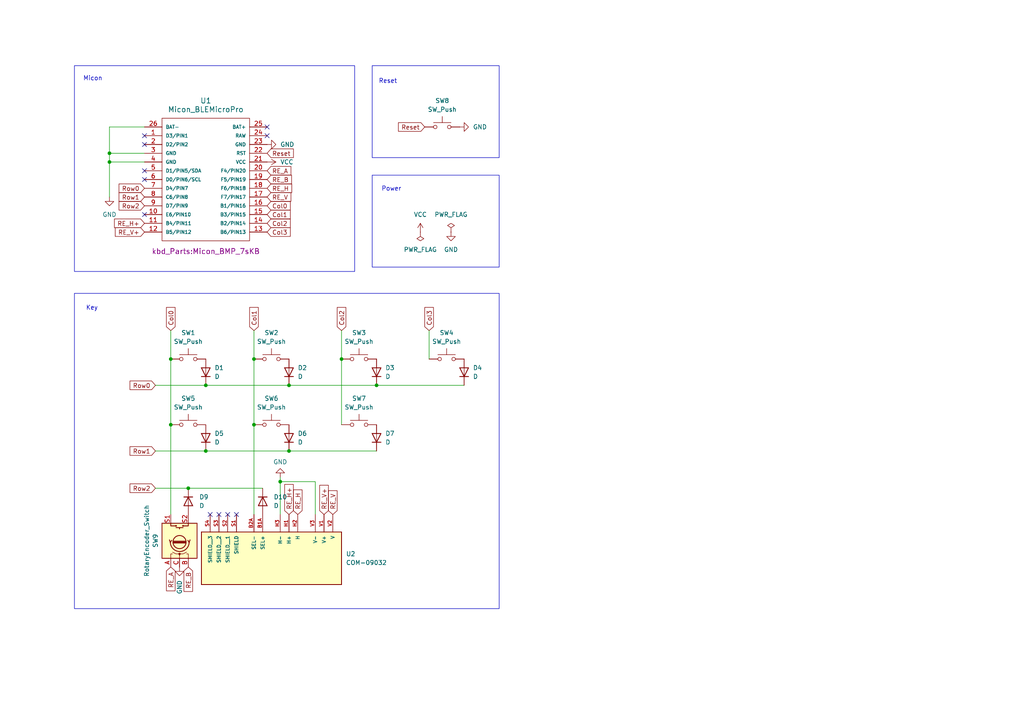
<source format=kicad_sch>
(kicad_sch (version 20231120) (generator "eeschema") (generator_version "8.0")
  (paper "A4")
  (lib_symbols
    (symbol "COM-09032:COM-09032" (pin_names (offset 1.016))
      (property "Reference" "U" (at -7.62 16.002 0))
      (property "Value" "COM-09032" (at -7.62 -27.94 0))
      (symbol "COM-09032_0_0"
        (rectangle (start -7.62 -25.4) (end 7.62 15.24) (stroke (width 0.254)) (fill (type background)))
        (pin passive line (at -12.7 -7.62 0) (length 5.08) (name "SEL+") (number "B1A"))
        (pin passive line (at -12.7 -10.16 0) (length 5.08) (name "SEL-") (number "B2A"))
        (pin passive line (at -12.7 0 0) (length 5.08) (name "H+") (number "H1"))
        (pin passive line (at -12.7 2.54 0) (length 5.08) (name "H") (number "H2"))
        (pin passive line (at -12.7 -2.54 0) (length 5.08) (name "H-") (number "H3"))
        (pin passive line (at -12.7 -15.24 0) (length 5.08) (name "SHIELD") (number "S1"))
        (pin passive line (at -12.7 -17.78 0) (length 5.08) (name "SHIELD__1") (number "S2"))
        (pin passive line (at -12.7 -20.32 0) (length 5.08) (name "SHIELD__2") (number "S3"))
        (pin passive line (at -12.7 -22.86 0) (length 5.08) (name "SHIELD__3") (number "S4"))
        (pin passive line (at -12.7 10.16 0) (length 5.08) (name "V+") (number "V1"))
        (pin passive line (at -12.7 12.7 0) (length 5.08) (name "V") (number "V2"))
        (pin passive line (at -12.7 7.62 0) (length 5.08) (name "V-") (number "V3"))
      )
    )
    (symbol "Device:D" (pin_numbers hide) (pin_names (offset 1.016) hide)
      (property "Reference" "D" (at 0 2.54 0))
      (property "Value" "D" (at 0 -2.54 0))
      (symbol "D_0_1"
        (polyline (pts (xy -1.27 1.27) (xy -1.27 -1.27)) (stroke (width 0.254)))
        (polyline (pts (xy 1.27 0) (xy -1.27 0)))
        (polyline (pts (xy 1.27 1.27) (xy 1.27 -1.27) (xy -1.27 0) (xy 1.27 1.27)) (stroke (width 0.254)))
      )
      (symbol "D_1_1"
        (pin passive line (at -3.81 0 0) (length 2.54) (name "K") (number "1"))
        (pin passive line (at 3.81 0 180) (length 2.54) (name "A") (number "2"))
      )
    )
    (symbol "Device:RotaryEncoder_Switch" (pin_names (offset 0.254) hide)
      (property "Reference" "SW" (at 0 6.604 0))
      (property "Value" "RotaryEncoder_Switch" (at 0 -6.604 0))
      (symbol "RotaryEncoder_Switch_0_1"
        (rectangle (start -5.08 5.08) (end 5.08 -5.08) (stroke (width 0.254)) (fill (type background)))
        (circle (center -3.81 0) (radius 0.254) (fill (type outline)))
        (circle (center -0.381 0) (radius 1.905) (stroke (width 0.254)))
        (arc (start -0.381 2.667) (mid -3.0988 -0.0635) (end -0.381 -2.794) (stroke (width 0.254)))
        (polyline (pts (xy -0.635 -1.778) (xy -0.635 1.778)) (stroke (width 0.254)))
        (polyline (pts (xy -0.381 -1.778) (xy -0.381 1.778)) (stroke (width 0.254)))
        (polyline (pts (xy -0.127 1.778) (xy -0.127 -1.778)) (stroke (width 0.254)))
        (polyline (pts (xy 3.81 0) (xy 3.429 0)) (stroke (width 0.254)))
        (polyline (pts (xy 3.81 1.016) (xy 3.81 -1.016)) (stroke (width 0.254)))
        (polyline (pts (xy -5.08 -2.54) (xy -3.81 -2.54) (xy -3.81 -2.032)))
        (polyline (pts (xy -5.08 2.54) (xy -3.81 2.54) (xy -3.81 2.032)))
        (polyline (pts (xy 0.254 -3.048) (xy -0.508 -2.794) (xy 0.127 -2.413)) (stroke (width 0.254)))
        (polyline (pts (xy 0.254 2.921) (xy -0.508 2.667) (xy 0.127 2.286)) (stroke (width 0.254)))
        (polyline (pts (xy 5.08 -2.54) (xy 4.318 -2.54) (xy 4.318 -1.016)) (stroke (width 0.254)))
        (polyline (pts (xy 5.08 2.54) (xy 4.318 2.54) (xy 4.318 1.016)) (stroke (width 0.254)))
        (polyline (pts (xy -5.08 0) (xy -3.81 0) (xy -3.81 -1.016) (xy -3.302 -2.032)))
        (polyline (pts (xy -4.318 0) (xy -3.81 0) (xy -3.81 1.016) (xy -3.302 2.032)))
        (circle (center 4.318 -1.016) (radius 0.127) (stroke (width 0.254)))
        (circle (center 4.318 1.016) (radius 0.127) (stroke (width 0.254)))
      )
      (symbol "RotaryEncoder_Switch_1_1"
        (pin passive line (at -7.62 2.54 0) (length 2.54) (name "A") (number "A"))
        (pin passive line (at -7.62 -2.54 0) (length 2.54) (name "B") (number "B"))
        (pin passive line (at -7.62 0 0) (length 2.54) (name "C") (number "C"))
        (pin passive line (at 7.62 2.54 180) (length 2.54) (name "S1") (number "S1"))
        (pin passive line (at 7.62 -2.54 180) (length 2.54) (name "S2") (number "S2"))
      )
    )
    (symbol "Salicylic_kbd:Micon_BLEMicroPro" (pin_names (offset 1.016))
      (property "Reference" "U" (at 0 26.67 0))
      (property "Value" "Micon_BLEMicroPro" (at 0 -13.97 0))
      (symbol "Micon_BLEMicroPro_0_1"
        (rectangle (start 12.7 24.13) (end -12.7 -11.43))
      )
      (symbol "Micon_BLEMicroPro_1_1"
        (pin bidirectional line (at -17.78 19.05 0) (length 5.08) (name "D3/PIN1") (number "1"))
        (pin bidirectional line (at -17.78 -3.81 0) (length 5.08) (name "E6/PIN10") (number "10"))
        (pin bidirectional line (at -17.78 -6.35 0) (length 5.08) (name "B4/PIN11") (number "11"))
        (pin bidirectional line (at -17.78 -8.89 0) (length 5.08) (name "B5/PIN12") (number "12"))
        (pin bidirectional line (at 17.78 -8.89 180) (length 5.08) (name "B6/PIN13") (number "13"))
        (pin bidirectional line (at 17.78 -6.35 180) (length 5.08) (name "B2/PIN14") (number "14"))
        (pin bidirectional line (at 17.78 -3.81 180) (length 5.08) (name "B3/PIN15") (number "15"))
        (pin bidirectional line (at 17.78 -1.27 180) (length 5.08) (name "B1/PIN16") (number "16"))
        (pin bidirectional line (at 17.78 1.27 180) (length 5.08) (name "F7/PIN17") (number "17"))
        (pin bidirectional line (at 17.78 3.81 180) (length 5.08) (name "F6/PIN18") (number "18"))
        (pin bidirectional line (at 17.78 6.35 180) (length 5.08) (name "F5/PIN19") (number "19"))
        (pin bidirectional line (at -17.78 16.51 0) (length 5.08) (name "D2/PIN2") (number "2"))
        (pin bidirectional line (at 17.78 8.89 180) (length 5.08) (name "F4/PIN20") (number "20"))
        (pin power_in line (at 17.78 11.43 180) (length 5.08) (name "VCC") (number "21"))
        (pin input line (at 17.78 13.97 180) (length 5.08) (name "RST") (number "22"))
        (pin power_in line (at 17.78 16.51 180) (length 5.08) (name "GND") (number "23"))
        (pin power_out line (at 17.78 19.05 180) (length 5.08) (name "RAW") (number "24"))
        (pin input line (at 17.78 21.59 180) (length 5.08) (name "BAT+") (number "25"))
        (pin input line (at -17.78 21.59 0) (length 5.08) (name "BAT-") (number "26"))
        (pin power_in line (at -17.78 13.97 0) (length 5.08) (name "GND") (number "3"))
        (pin power_in line (at -17.78 11.43 0) (length 5.08) (name "GND") (number "4"))
        (pin bidirectional line (at -17.78 8.89 0) (length 5.08) (name "D1/PIN5/SDA") (number "5"))
        (pin bidirectional line (at -17.78 6.35 0) (length 5.08) (name "D0/PIN6/SCL") (number "6"))
        (pin bidirectional line (at -17.78 3.81 0) (length 5.08) (name "D4/PIN7") (number "7"))
        (pin bidirectional line (at -17.78 1.27 0) (length 5.08) (name "C6/PIN8") (number "8"))
        (pin bidirectional line (at -17.78 -1.27 0) (length 5.08) (name "D7/PIN9") (number "9"))
      )
    )
    (symbol "Switch:SW_Push" (pin_numbers hide) (pin_names (offset 1.016) hide)
      (property "Reference" "SW" (at 1.27 2.54 0))
      (property "Value" "SW_Push" (at 0 -1.524 0))
      (symbol "SW_Push_0_1"
        (circle (center -2.032 0) (radius 0.508))
        (polyline (pts (xy 0 1.27) (xy 0 3.048)))
        (polyline (pts (xy 2.54 1.27) (xy -2.54 1.27)))
        (circle (center 2.032 0) (radius 0.508))
        (pin passive line (at -5.08 0 0) (length 2.54) (name "1") (number "1"))
        (pin passive line (at 5.08 0 180) (length 2.54) (name "2") (number "2"))
      )
    )
    (symbol "power:GND" (power) (pin_names (offset 0))
      (property "Value" "GND" (at 0 -3.81 0))
      (symbol "GND_0_1"
        (polyline (pts (xy 0 0) (xy 0 -1.27) (xy 1.27 -1.27) (xy 0 -2.54) (xy -1.27 -1.27) (xy 0 -1.27)))
      )
      (symbol "GND_1_1"
        (pin power_in line (at 0 0 270) (length 0) hide (name "GND") (number "1"))
      )
    )
    (symbol "power:PWR_FLAG" (power) (pin_numbers hide) (pin_names (offset 0) hide)
      (property "Value" "PWR_FLAG" (at 0 3.81 0))
      (symbol "PWR_FLAG_0_0"
        (pin power_out line (at 0 0 90) (length 0) (name "pwr") (number "1"))
      )
      (symbol "PWR_FLAG_0_1"
        (polyline (pts (xy 0 0) (xy 0 1.27) (xy -1.016 1.905) (xy 0 2.54) (xy 1.016 1.905) (xy 0 1.27)))
      )
    )
    (symbol "power:VCC" (power) (pin_names (offset 0))
      (property "Value" "VCC" (at 0 3.81 0))
      (symbol "VCC_0_1"
        (polyline (pts (xy -0.762 1.27) (xy 0 2.54)))
        (polyline (pts (xy 0 0) (xy 0 2.54)))
        (polyline (pts (xy 0 2.54) (xy 0.762 1.27)))
      )
      (symbol "VCC_1_1"
        (pin power_in line (at 0 0 90) (length 0) hide (name "VCC") (number "1"))
      )
    )
  )
  (junction (at 81.28 139.7))
  (junction (at 83.82 111.76))
  (junction (at 59.69 111.76))
  (junction (at 83.82 130.81))
  (junction (at 31.75 46.99))
  (junction (at 59.69 130.81))
  (junction (at 99.06 104.14))
  (junction (at 31.75 44.45))
  (junction (at 54.61 141.605))
  (junction (at 73.66 123.19))
  (junction (at 49.53 123.19))
  (junction (at 73.66 104.14))
  (junction (at 49.53 104.14))
  (junction (at 109.22 111.76))
  (no_connect (at 63.5 149.225))
  (no_connect (at 41.91 62.23))
  (no_connect (at 77.47 36.83))
  (no_connect (at 66.04 149.225))
  (no_connect (at 68.58 149.225))
  (no_connect (at 77.47 39.37))
  (no_connect (at 41.91 49.53))
  (no_connect (at 41.91 52.07))
  (no_connect (at 41.91 39.37))
  (no_connect (at 41.91 41.91))
  (no_connect (at 60.96 149.225))
  (wire (pts (xy 73.66 95.885) (xy 73.66 104.14)))
  (wire (pts (xy 49.53 104.14) (xy 49.53 123.19)))
  (wire (pts (xy 81.28 138.43) (xy 81.28 139.7)))
  (wire (pts (xy 83.82 130.81) (xy 109.22 130.81)))
  (wire (pts (xy 49.53 123.19) (xy 49.53 149.225)))
  (wire (pts (xy 109.22 111.76) (xy 134.62 111.76)))
  (wire (pts (xy 31.75 46.99) (xy 41.91 46.99)))
  (wire (pts (xy 99.06 95.885) (xy 99.06 104.14)))
  (wire (pts (xy 81.28 139.7) (xy 81.28 149.225)))
  (wire (pts (xy 73.66 104.14) (xy 73.66 123.19)))
  (wire (pts (xy 59.69 130.81) (xy 83.82 130.81)))
  (wire (pts (xy 45.085 130.81) (xy 59.69 130.81)))
  (wire (pts (xy 81.28 139.7) (xy 91.44 139.7)))
  (wire (pts (xy 83.82 111.76) (xy 109.22 111.76)))
  (wire (pts (xy 76.2 141.605) (xy 54.61 141.605)))
  (wire (pts (xy 49.53 95.885) (xy 49.53 104.14)))
  (wire (pts (xy 124.46 95.885) (xy 124.46 104.14)))
  (wire (pts (xy 99.06 104.14) (xy 99.06 123.19)))
  (wire (pts (xy 41.91 36.83) (xy 31.75 36.83)))
  (wire (pts (xy 31.75 46.99) (xy 31.75 57.15)))
  (wire (pts (xy 45.085 141.605) (xy 54.61 141.605)))
  (wire (pts (xy 31.75 44.45) (xy 31.75 46.99)))
  (wire (pts (xy 31.75 44.45) (xy 41.91 44.45)))
  (wire (pts (xy 59.69 111.76) (xy 83.82 111.76)))
  (wire (pts (xy 73.66 149.225) (xy 73.66 123.19)))
  (wire (pts (xy 45.085 111.76) (xy 59.69 111.76)))
  (wire (pts (xy 31.75 36.83) (xy 31.75 44.45)))
  (wire (pts (xy 91.44 139.7) (xy 91.44 149.225)))
  (rectangle (start 107.95 19.05) (end 144.78 45.72))
  (rectangle (start 107.95 50.8) (end 144.78 77.47))
  (rectangle (start 21.59 85.09) (end 144.78 176.53))
  (rectangle (start 21.59 19.05) (end 102.87 78.74))
  (text "Reset" (at 112.522 23.622 0) (effects (font (size 1.27 1.27))))
  (text "Power" (at 113.538 54.864 0) (effects (font (size 1.27 1.27))))
  (text "Micon" (at 26.924 22.86 0) (effects (font (size 1.27 1.27))))
  (text "Key" (at 26.67 89.408 0) (effects (font (size 1.27 1.27))))
  (global_label "Col2" (shape input) (at 99.06 95.885 90) (property "Intersheetrefs" "${INTERSHEET_REFS}" (effects (hide yes))))
  (global_label "RE_V+" (shape input) (at 41.91 67.31 180) (property "Intersheetrefs" "${INTERSHEET_REFS}" (effects (hide yes))))
  (global_label "Col3" (shape input) (at 77.47 67.31 0) (property "Intersheetrefs" "${INTERSHEET_REFS}" (effects (hide yes))))
  (global_label "Row1" (shape input) (at 41.91 57.15 180) (property "Intersheetrefs" "${INTERSHEET_REFS}" (effects (hide yes))))
  (global_label "Col3" (shape input) (at 124.46 95.885 90) (property "Intersheetrefs" "${INTERSHEET_REFS}" (effects (hide yes))))
  (global_label "Row1" (shape input) (at 45.085 130.81 180) (property "Intersheetrefs" "${INTERSHEET_REFS}" (effects (hide yes))))
  (global_label "RE_B" (shape input) (at 54.61 164.465 270) (property "Intersheetrefs" "${INTERSHEET_REFS}" (effects (hide yes))))
  (global_label "Row2" (shape input) (at 41.91 59.69 180) (property "Intersheetrefs" "${INTERSHEET_REFS}" (effects (hide yes))))
  (global_label "Reset" (shape input) (at 77.47 44.45 0) (property "Intersheetrefs" "${INTERSHEET_REFS}" (effects (hide yes))))
  (global_label "RE_H" (shape input) (at 86.36 149.225 90) (property "Intersheetrefs" "${INTERSHEET_REFS}" (effects (hide yes))))
  (global_label "RE_V" (shape input) (at 96.52 149.225 90) (property "Intersheetrefs" "${INTERSHEET_REFS}" (effects (hide yes))))
  (global_label "Col1" (shape input) (at 77.47 62.23 0) (property "Intersheetrefs" "${INTERSHEET_REFS}" (effects (hide yes))))
  (global_label "Reset" (shape input) (at 123.19 36.83 180) (property "Intersheetrefs" "${INTERSHEET_REFS}" (effects (hide yes))))
  (global_label "Col2" (shape input) (at 77.47 64.77 0) (property "Intersheetrefs" "${INTERSHEET_REFS}" (effects (hide yes))))
  (global_label "RE_V" (shape input) (at 77.47 57.15 0) (property "Intersheetrefs" "${INTERSHEET_REFS}" (effects (hide yes))))
  (global_label "Row0" (shape input) (at 45.085 111.76 180) (property "Intersheetrefs" "${INTERSHEET_REFS}" (effects (hide yes))))
  (global_label "Col0" (shape input) (at 77.47 59.69 0) (property "Intersheetrefs" "${INTERSHEET_REFS}" (effects (hide yes))))
  (global_label "RE_A" (shape input) (at 49.53 164.465 270) (property "Intersheetrefs" "${INTERSHEET_REFS}" (effects (hide yes))))
  (global_label "Col0" (shape input) (at 49.53 95.885 90) (property "Intersheetrefs" "${INTERSHEET_REFS}" (effects (hide yes))))
  (global_label "Row2" (shape input) (at 45.085 141.605 180) (property "Intersheetrefs" "${INTERSHEET_REFS}" (effects (hide yes))))
  (global_label "RE_H" (shape input) (at 77.47 54.61 0) (property "Intersheetrefs" "${INTERSHEET_REFS}" (effects (hide yes))))
  (global_label "RE_H+" (shape input) (at 83.82 149.225 90) (property "Intersheetrefs" "${INTERSHEET_REFS}" (effects (hide yes))))
  (global_label "RE_V+" (shape input) (at 93.98 149.225 90) (property "Intersheetrefs" "${INTERSHEET_REFS}" (effects (hide yes))))
  (global_label "RE_B" (shape input) (at 77.47 52.07 0) (property "Intersheetrefs" "${INTERSHEET_REFS}" (effects (hide yes))))
  (global_label "Row0" (shape input) (at 41.91 54.61 180) (property "Intersheetrefs" "${INTERSHEET_REFS}" (effects (hide yes))))
  (global_label "RE_A" (shape input) (at 77.47 49.53 0) (property "Intersheetrefs" "${INTERSHEET_REFS}" (effects (hide yes))))
  (global_label "Col1" (shape input) (at 73.66 95.885 90) (property "Intersheetrefs" "${INTERSHEET_REFS}" (effects (hide yes))))
  (global_label "RE_H+" (shape input) (at 41.91 64.77 180) (property "Intersheetrefs" "${INTERSHEET_REFS}" (effects (hide yes))))
  (symbol (lib_id "Switch:SW_Push") (at 78.74 123.19 0) (unit 1)
    (property "Reference" "SW6" (at 78.74 115.57 0))
    (property "Value" "SW_Push" (at 78.74 118.11 0))
    (property "Footprint" "kbd_SW:Choc_v1_v2" (effects (hide yes)))
  )
  (symbol (lib_id "power:GND") (at 81.28 138.43 180) (unit 1)
    (property "Reference" "#PWR07" (effects (hide yes)))
    (property "Value" "GND" (at 81.28 133.985 0))
  )
  (symbol (lib_id "Device:D") (at 109.22 127 90) (unit 1)
    (property "Reference" "D7" (at 111.76 125.73 90) (effects (justify right)))
    (property "Value" "D" (at 111.76 128.27 90) (effects (justify right)))
    (property "Footprint" "kbd_Parts:Diode_TH_SMD" (effects (hide yes)))
    (property "Sim.Device" "D" (effects (hide yes)))
    (property "Sim.Pins" "1=K 2=A" (effects (hide yes)))
  )
  (symbol (lib_id "power:GND") (at 52.07 164.465 0) (unit 1)
    (property "Reference" "#PWR08" (effects (hide yes)))
    (property "Value" "GND" (at 52.07 168.275 90) (effects (justify right)))
  )
  (symbol (lib_id "Device:RotaryEncoder_Switch") (at 52.07 156.845 90) (unit 1)
    (property "Reference" "SW9" (at 45.085 156.845 0))
    (property "Value" "RotaryEncoder_Switch" (at 42.545 156.845 0))
    (property "Footprint" "kbd_kicad_footprints-main:EVQWGD001" (effects (hide yes)))
  )
  (symbol (lib_id "power:PWR_FLAG") (at 121.92 67.31 180) (unit 1)
    (property "Reference" "#FLG01" (effects (hide yes)))
    (property "Value" "PWR_FLAG" (at 121.92 72.39 0))
  )
  (symbol (lib_id "Device:D") (at 59.69 107.95 90) (unit 1)
    (property "Reference" "D1" (at 62.23 106.68 90) (effects (justify right)))
    (property "Value" "D" (at 62.23 109.22 90) (effects (justify right)))
    (property "Footprint" "kbd_Parts:Diode_TH_SMD" (effects (hide yes)))
    (property "Sim.Device" "D" (effects (hide yes)))
    (property "Sim.Pins" "1=K 2=A" (effects (hide yes)))
  )
  (symbol (lib_id "Device:D") (at 134.62 107.95 90) (unit 1)
    (property "Reference" "D4" (at 137.16 106.68 90) (effects (justify right)))
    (property "Value" "D" (at 137.16 109.22 90) (effects (justify right)))
    (property "Footprint" "kbd_Parts:Diode_TH_SMD" (effects (hide yes)))
    (property "Sim.Device" "D" (effects (hide yes)))
    (property "Sim.Pins" "1=K 2=A" (effects (hide yes)))
  )
  (symbol (lib_id "power:GND") (at 133.35 36.83 90) (unit 1)
    (property "Reference" "#PWR02" (effects (hide yes)))
    (property "Value" "GND" (at 137.16 36.83 90) (effects (justify right)))
  )
  (symbol (lib_id "power:PWR_FLAG") (at 130.81 67.31 0) (unit 1)
    (property "Reference" "#FLG02" (effects (hide yes)))
    (property "Value" "PWR_FLAG" (at 130.81 62.23 0))
  )
  (symbol (lib_id "Switch:SW_Push") (at 129.54 104.14 0) (unit 1)
    (property "Reference" "SW4" (at 129.54 96.52 0))
    (property "Value" "SW_Push" (at 129.54 99.06 0))
    (property "Footprint" "kbd_SW:Choc_v1_v2" (effects (hide yes)))
  )
  (symbol (lib_id "COM-09032:COM-09032") (at 83.82 161.925 270) (unit 1)
    (property "Reference" "U2" (at 100.33 160.6549 90) (effects (justify left)))
    (property "Value" "COM-09032" (at 100.33 163.1949 90) (effects (justify left)))
    (property "Footprint" "COM-09032 CAD 3D Model:XDCR_COM-09032" (effects (hide yes)))
    (property "PARTREV" "N/A" (effects (hide yes)))
    (property "STANDARD" "Manufacturer Recommendations" (effects (hide yes)))
    (property "MAXIMUM_PACKAGE_HEIGHT" "30.1mm" (effects (hide yes)))
    (property "MANUFACTURER" "SparkFun Electronics" (effects (hide yes)))
  )
  (symbol (lib_id "Device:D") (at 54.61 145.415 270) (unit 1)
    (property "Reference" "D9" (at 57.785 144.145 90) (effects (justify left)))
    (property "Value" "D" (at 57.785 146.685 90) (effects (justify left)))
    (property "Footprint" "kbd_Parts:Diode_TH_SMD" (effects (hide yes)))
    (property "Sim.Device" "D" (effects (hide yes)))
    (property "Sim.Pins" "1=K 2=A" (effects (hide yes)))
  )
  (symbol (lib_id "power:GND") (at 130.81 67.31 0) (unit 1)
    (property "Reference" "#PWR06" (effects (hide yes)))
    (property "Value" "GND" (at 130.81 72.39 0))
  )
  (symbol (lib_id "Salicylic_kbd:Micon_BLEMicroPro") (at 59.69 58.42 0) (unit 1)
    (property "Reference" "U1" (at 59.69 29.21 0) (effects (font (size 1.524 1.524))))
    (property "Value" "Micon_BLEMicroPro" (at 59.69 31.75 0) (effects (font (size 1.524 1.524))))
    (property "Footprint" "kbd_Parts:Micon_BMP_7sKB" (at 59.69 72.898 0) (effects (font (size 1.524 1.524))))
  )
  (symbol (lib_id "Switch:SW_Push") (at 54.61 104.14 0) (unit 1)
    (property "Reference" "SW1" (at 54.61 96.52 0))
    (property "Value" "SW_Push" (at 54.61 99.06 0))
    (property "Footprint" "kbd_SW:Choc_v1_v2" (effects (hide yes)))
  )
  (symbol (lib_id "Switch:SW_Push") (at 104.14 104.14 0) (unit 1)
    (property "Reference" "SW3" (at 104.14 96.52 0))
    (property "Value" "SW_Push" (at 104.14 99.06 0))
    (property "Footprint" "kbd_SW:Choc_v1_v2" (effects (hide yes)))
  )
  (symbol (lib_id "Switch:SW_Push") (at 128.27 36.83 0) (unit 1)
    (property "Reference" "SW8" (at 128.27 29.21 0))
    (property "Value" "SW_Push" (at 128.27 31.75 0))
    (property "Footprint" "kbd_Parts:ResetSW" (effects (hide yes)))
  )
  (symbol (lib_id "Device:D") (at 109.22 107.95 90) (unit 1)
    (property "Reference" "D3" (at 111.76 106.68 90) (effects (justify right)))
    (property "Value" "D" (at 111.76 109.22 90) (effects (justify right)))
    (property "Footprint" "kbd_Parts:Diode_TH_SMD" (effects (hide yes)))
    (property "Sim.Device" "D" (effects (hide yes)))
    (property "Sim.Pins" "1=K 2=A" (effects (hide yes)))
  )
  (symbol (lib_id "power:GND") (at 31.75 57.15 0) (unit 1)
    (property "Reference" "#PWR04" (effects (hide yes)))
    (property "Value" "GND" (at 31.75 62.23 0))
  )
  (symbol (lib_id "power:VCC") (at 121.92 67.31 0) (unit 1)
    (property "Reference" "#PWR05" (effects (hide yes)))
    (property "Value" "VCC" (at 121.92 62.23 0))
  )
  (symbol (lib_id "power:GND") (at 77.47 41.91 90) (unit 1)
    (property "Reference" "#PWR03" (effects (hide yes)))
    (property "Value" "GND" (at 81.28 41.91 90) (effects (justify right)))
  )
  (symbol (lib_id "Device:D") (at 83.82 107.95 90) (unit 1)
    (property "Reference" "D2" (at 86.36 106.68 90) (effects (justify right)))
    (property "Value" "D" (at 86.36 109.22 90) (effects (justify right)))
    (property "Footprint" "kbd_Parts:Diode_TH_SMD" (effects (hide yes)))
    (property "Sim.Device" "D" (effects (hide yes)))
    (property "Sim.Pins" "1=K 2=A" (effects (hide yes)))
  )
  (symbol (lib_id "Switch:SW_Push") (at 54.61 123.19 0) (unit 1)
    (property "Reference" "SW5" (at 54.61 115.57 0))
    (property "Value" "SW_Push" (at 54.61 118.11 0))
    (property "Footprint" "kbd_SW:Choc_v1_v2" (effects (hide yes)))
  )
  (symbol (lib_id "Device:D") (at 76.2 145.415 270) (unit 1)
    (property "Reference" "D10" (at 79.375 144.145 90) (effects (justify left)))
    (property "Value" "D" (at 79.375 146.685 90) (effects (justify left)))
    (property "Footprint" "kbd_Parts:Diode_TH_SMD" (effects (hide yes)))
    (property "Sim.Device" "D" (effects (hide yes)))
    (property "Sim.Pins" "1=K 2=A" (effects (hide yes)))
  )
  (symbol (lib_id "Switch:SW_Push") (at 78.74 104.14 0) (unit 1)
    (property "Reference" "SW2" (at 78.74 96.52 0))
    (property "Value" "SW_Push" (at 78.74 99.06 0))
    (property "Footprint" "kbd_SW:Choc_v1_v2" (effects (hide yes)))
  )
  (symbol (lib_id "Device:D") (at 59.69 127 90) (unit 1)
    (property "Reference" "D5" (at 62.23 125.73 90) (effects (justify right)))
    (property "Value" "D" (at 62.23 128.27 90) (effects (justify right)))
    (property "Footprint" "kbd_Parts:Diode_TH_SMD" (effects (hide yes)))
    (property "Sim.Device" "D" (effects (hide yes)))
    (property "Sim.Pins" "1=K 2=A" (effects (hide yes)))
  )
  (symbol (lib_id "Switch:SW_Push") (at 104.14 123.19 0) (unit 1)
    (property "Reference" "SW7" (at 104.14 115.57 0))
    (property "Value" "SW_Push" (at 104.14 118.11 0))
    (property "Footprint" "kbd_SW:Choc_v1_v2" (effects (hide yes)))
  )
  (symbol (lib_id "power:VCC") (at 77.47 46.99 270) (unit 1)
    (property "Reference" "#PWR01" (effects (hide yes)))
    (property "Value" "VCC" (at 81.28 46.9899 90) (effects (justify left)))
  )
  (symbol (lib_id "Device:D") (at 83.82 127 90) (unit 1)
    (property "Reference" "D6" (at 86.36 125.73 90) (effects (justify right)))
    (property "Value" "D" (at 86.36 128.27 90) (effects (justify right)))
    (property "Footprint" "kbd_Parts:Diode_TH_SMD" (effects (hide yes)))
    (property "Sim.Device" "D" (effects (hide yes)))
    (property "Sim.Pins" "1=K 2=A" (effects (hide yes)))
  )
)
</source>
